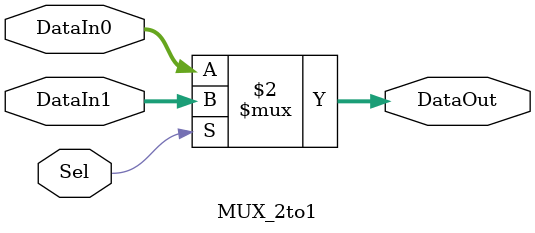
<source format=v>
`timescale 1ns/1ns

module MUX_2to1 #( parameter Width = 32 ) ( Sel, DataIn0, DataIn1, DataOut );

	input Sel;
	input [Width-1:0] DataIn0, DataIn1;

	output [Width-1:0] DataOut;

	assign DataOut = ( Sel == 1'b0 ) ? DataIn0 : DataIn1;

endmodule


</source>
